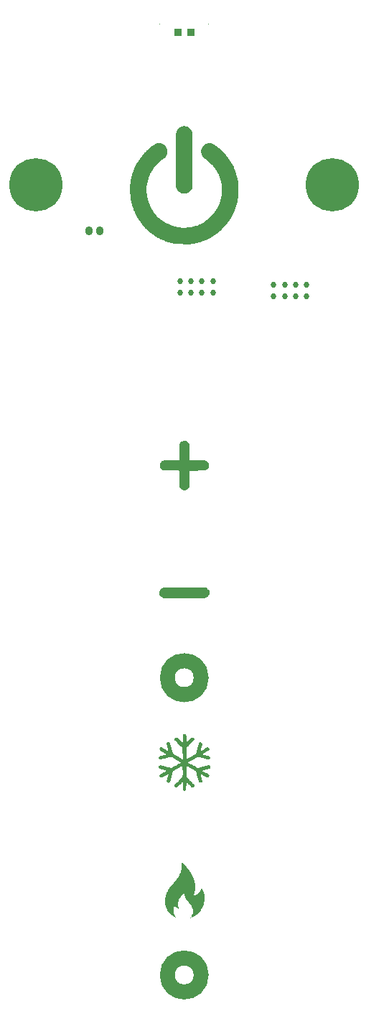
<source format=gts>
G04*
G04 #@! TF.GenerationSoftware,Altium Limited,Altium Designer,21.9.2 (33)*
G04*
G04 Layer_Color=8388736*
%FSLAX25Y25*%
%MOIN*%
G70*
G04*
G04 #@! TF.SameCoordinates,C6F11EFD-203B-4413-AD8B-19CE97DDEB68*
G04*
G04*
G04 #@! TF.FilePolarity,Negative*
G04*
G01*
G75*
%ADD12C,0.07087*%
%ADD13R,0.03449X0.03449*%
%ADD14C,0.00299*%
%ADD15R,0.00299X0.00299*%
%ADD16O,0.03449X0.04236*%
%ADD17C,0.24709*%
%ADD18C,0.02701*%
G36*
X-8778Y-330186D02*
X-8718Y-329724D01*
X-8677Y-329564D01*
X-8597Y-329363D01*
X-8557Y-329202D01*
X-8517Y-329001D01*
X-8437Y-328800D01*
X-8376Y-328579D01*
X-8276Y-328318D01*
X-7975Y-327656D01*
X-7894Y-327455D01*
X-7693Y-327093D01*
X-7452Y-326651D01*
X-7251Y-326370D01*
X-7051Y-326008D01*
X-6809Y-325647D01*
X-6769Y-325566D01*
X-6649Y-325446D01*
X-6609Y-325366D01*
X-6488Y-325245D01*
X-6368Y-325044D01*
X-6207Y-324884D01*
X-6167Y-324803D01*
X-6046Y-324683D01*
X-6006Y-324602D01*
X-5825Y-324381D01*
X-5604Y-324160D01*
X-5564Y-324080D01*
X-5283Y-323799D01*
X-5243Y-323719D01*
X-4961Y-323437D01*
X-4921Y-323357D01*
X-4841Y-323276D01*
X-4801Y-323196D01*
X-4519Y-322915D01*
X-4479Y-322835D01*
X-4339Y-322694D01*
X-4258Y-322654D01*
X-4158Y-322553D01*
X-4118Y-322473D01*
X-3997Y-322353D01*
X-3957Y-322272D01*
X-3877Y-322192D01*
X-3837Y-322112D01*
X-3716Y-321991D01*
X-3676Y-321911D01*
X-3395Y-321629D01*
X-3354Y-321549D01*
X-3174Y-321328D01*
X-3073Y-321187D01*
X-2953Y-320987D01*
X-2913Y-320906D01*
X-2832Y-320826D01*
X-2792Y-320746D01*
X-2671Y-320625D01*
X-2471Y-320264D01*
X-2310Y-320023D01*
X-2270Y-319942D01*
X-2190Y-319741D01*
X-1788Y-318898D01*
X-1687Y-318636D01*
X-1607Y-318436D01*
X-1466Y-317974D01*
X-1426Y-317692D01*
X-1386Y-317532D01*
X-1326Y-317271D01*
X-1285Y-317070D01*
X-1205Y-316588D01*
X-1185Y-314760D01*
X-1225Y-314639D01*
X-1266Y-314077D01*
X-1306Y-313997D01*
X-1245Y-313896D01*
X-1085Y-313936D01*
X-804Y-314217D01*
X-723Y-314258D01*
X542Y-315523D01*
X582Y-315603D01*
X984Y-316005D01*
X1024Y-316086D01*
X1225Y-316286D01*
X1266Y-316367D01*
X1346Y-316447D01*
X1366Y-316507D01*
X1426Y-316527D01*
X1466Y-316608D01*
X1587Y-316728D01*
X1707Y-316929D01*
X1868Y-317090D01*
X1908Y-317170D01*
X2029Y-317291D01*
X2069Y-317371D01*
X2149Y-317451D01*
X2190Y-317532D01*
X2270Y-317612D01*
X2310Y-317692D01*
X2390Y-317773D01*
X2551Y-318054D01*
X2712Y-318215D01*
X2913Y-318576D01*
X2993Y-318657D01*
X3113Y-318858D01*
X3314Y-319219D01*
X3475Y-319500D01*
X3837Y-320183D01*
X4158Y-320866D01*
X4319Y-321228D01*
X4359Y-321388D01*
X4459Y-321650D01*
X4519Y-321830D01*
X4620Y-322091D01*
X4680Y-322272D01*
X4720Y-322433D01*
X4781Y-322694D01*
X4861Y-323015D01*
X4901Y-323216D01*
X4981Y-323698D01*
X5022Y-323899D01*
X5062Y-324261D01*
X5082Y-326169D01*
X5042Y-326290D01*
X4981Y-326671D01*
X4941Y-326912D01*
X4901Y-327113D01*
X4821Y-327595D01*
X4761Y-327816D01*
X4720Y-327977D01*
X4660Y-328278D01*
X4560Y-328539D01*
X4519Y-328820D01*
X4399Y-329102D01*
X4439Y-329262D01*
X4580Y-329282D01*
X4700Y-329242D01*
X4961Y-329142D01*
X5162Y-329062D01*
X5584Y-328841D01*
X5785Y-328720D01*
X6428Y-328238D01*
X6588Y-328077D01*
X6669Y-328037D01*
X6769Y-327896D01*
X7091Y-327575D01*
X7131Y-327495D01*
X7251Y-327374D01*
X7292Y-327294D01*
X7372Y-327214D01*
X7412Y-327133D01*
X7754Y-326631D01*
X7854Y-326410D01*
X7894Y-326330D01*
X8115Y-326028D01*
X8236Y-326069D01*
X8296Y-326129D01*
X8376Y-326330D01*
X8416Y-326410D01*
X8537Y-326611D01*
X8617Y-326812D01*
X8738Y-327093D01*
X8838Y-327354D01*
X8939Y-327575D01*
X8999Y-327836D01*
X9280Y-328961D01*
X9320Y-329202D01*
X9360Y-329644D01*
X9381Y-331512D01*
X9340Y-331633D01*
X9300Y-332195D01*
X9260Y-332316D01*
X9180Y-332597D01*
X9139Y-332878D01*
X9099Y-333039D01*
X8979Y-333440D01*
X8939Y-333601D01*
X8738Y-334123D01*
X8416Y-334846D01*
X8316Y-335108D01*
X8215Y-335208D01*
X7934Y-335730D01*
X7854Y-335811D01*
X7693Y-336092D01*
X7312Y-336594D01*
X7151Y-336835D01*
X7010Y-336936D01*
X6970Y-337016D01*
X6850Y-337136D01*
X6809Y-337217D01*
X6749Y-337277D01*
X6669Y-337317D01*
X6528Y-337458D01*
X6488Y-337538D01*
X6347Y-337679D01*
X6267Y-337719D01*
X5986Y-338000D01*
X5906Y-338040D01*
X5664Y-338281D01*
X5584Y-338321D01*
X5464Y-338442D01*
X5182Y-338603D01*
X4961Y-338784D01*
X4741Y-338884D01*
X4660Y-338924D01*
X4580Y-339004D01*
X4499Y-339045D01*
X4258Y-339205D01*
X3877Y-339346D01*
X3415Y-339607D01*
X3154Y-339667D01*
X2852Y-339808D01*
X2792Y-339748D01*
X2832Y-339627D01*
X2993Y-339467D01*
X3033Y-339386D01*
X3274Y-339145D01*
X3314Y-339065D01*
X3395Y-338984D01*
X3515Y-338784D01*
X3917Y-337940D01*
X3957Y-337779D01*
X3997Y-337498D01*
X4058Y-337277D01*
X4098Y-337036D01*
X4118Y-336494D01*
X4078Y-336373D01*
X4017Y-335911D01*
X3977Y-335710D01*
X3897Y-335268D01*
X3796Y-335047D01*
X3756Y-334887D01*
X3596Y-334525D01*
X3314Y-334003D01*
X3154Y-333722D01*
X2872Y-333360D01*
X2671Y-333079D01*
X2551Y-332958D01*
X2511Y-332878D01*
X2431Y-332798D01*
X2390Y-332717D01*
X2069Y-332396D01*
X2029Y-332316D01*
X1667Y-331954D01*
X1627Y-331874D01*
X1466Y-331713D01*
X1426Y-331633D01*
X1266Y-331472D01*
X1145Y-331271D01*
X964Y-331050D01*
X783Y-330709D01*
X502Y-330106D01*
X402Y-329845D01*
X341Y-329624D01*
X261Y-329142D01*
X221Y-328620D01*
X241Y-327997D01*
X181Y-327856D01*
X161Y-327836D01*
X-60Y-328017D01*
X-201Y-328117D01*
X-382Y-328298D01*
X-422Y-328379D01*
X-482Y-328439D01*
X-562Y-328479D01*
X-663Y-328579D01*
X-703Y-328660D01*
X-884Y-328881D01*
X-1024Y-329021D01*
X-1065Y-329102D01*
X-1225Y-329262D01*
X-1266Y-329343D01*
X-1386Y-329463D01*
X-1426Y-329544D01*
X-1547Y-329664D01*
X-1587Y-329745D01*
X-1868Y-330186D01*
X-2109Y-330628D01*
X-2431Y-331311D01*
X-2551Y-331592D01*
X-2591Y-331753D01*
X-2651Y-332014D01*
X-2752Y-332356D01*
X-2792Y-332517D01*
X-2832Y-332918D01*
X-2792Y-334164D01*
X-2752Y-334284D01*
X-2692Y-334505D01*
X-2651Y-334666D01*
X-2571Y-335108D01*
X-2551Y-335329D01*
X-2732Y-335389D01*
X-2993Y-335288D01*
X-3093Y-335188D01*
X-3294Y-335068D01*
X-3375Y-334987D01*
X-3455Y-334947D01*
X-3676Y-334766D01*
X-3857Y-334545D01*
X-4078Y-334324D01*
X-4279Y-333963D01*
X-4379Y-333862D01*
X-4499Y-333903D01*
X-4700Y-334344D01*
X-4881Y-335007D01*
X-4921Y-335409D01*
X-4961Y-335690D01*
X-4921Y-336976D01*
X-4881Y-337096D01*
X-4821Y-337357D01*
X-4781Y-337518D01*
X-4620Y-337960D01*
X-4519Y-338221D01*
X-4238Y-338743D01*
X-3977Y-339125D01*
X-3756Y-339346D01*
X-3716Y-339507D01*
X-3736Y-339567D01*
X-3937Y-339527D01*
X-4017Y-339446D01*
X-4218Y-339326D01*
X-4419Y-339246D01*
X-4700Y-339085D01*
X-4921Y-338904D01*
X-5263Y-338723D01*
X-5383Y-338603D01*
X-5464Y-338563D01*
X-5544Y-338482D01*
X-5745Y-338362D01*
X-5825Y-338281D01*
X-5906Y-338241D01*
X-6227Y-337920D01*
X-6307Y-337880D01*
X-6448Y-337739D01*
X-6488Y-337659D01*
X-6629Y-337558D01*
X-6769Y-337418D01*
X-6809Y-337337D01*
X-6890Y-337257D01*
X-6930Y-337177D01*
X-7211Y-336895D01*
X-7251Y-336815D01*
X-7532Y-336454D01*
X-7733Y-336092D01*
X-7814Y-336012D01*
X-7854Y-335931D01*
X-7934Y-335851D01*
X-8055Y-335529D01*
X-8256Y-335168D01*
X-8376Y-334887D01*
X-8477Y-334626D01*
X-8637Y-334184D01*
X-8698Y-333963D01*
X-8738Y-333802D01*
X-8778Y-333521D01*
X-8818Y-333360D01*
X-8898Y-332878D01*
X-8939Y-332356D01*
X-8898Y-330869D01*
X-8858Y-330749D01*
X-8798Y-330287D01*
X-8778Y-330227D01*
Y-330186D01*
D02*
G37*
G36*
X-4062Y-279027D02*
X-4197Y-278893D01*
X-4219Y-278825D01*
X-4309Y-278781D01*
X-4421Y-278668D01*
X-4466Y-278489D01*
X-4421Y-277995D01*
X-3927Y-277501D01*
X-3883Y-277412D01*
X-3501Y-277030D01*
X-3411Y-276985D01*
X-3344Y-276918D01*
X-3299Y-276828D01*
X-2962Y-276491D01*
X-2873Y-276447D01*
X-2648Y-276177D01*
X-2154Y-275683D01*
X-2065Y-275639D01*
X-1997Y-275571D01*
X-1953Y-275482D01*
X-1840Y-275369D01*
X-1750Y-275324D01*
X-1661Y-275235D01*
X-1571Y-275190D01*
X-1414Y-274943D01*
X-1302Y-274831D01*
X-1212Y-274786D01*
X-1144Y-274718D01*
X-1100Y-274629D01*
X-943Y-274472D01*
X-853Y-274427D01*
X-741Y-274315D01*
X-696Y-273192D01*
X-741Y-269243D01*
X-943Y-269175D01*
X-1077Y-269220D01*
X-1167Y-269310D01*
X-1257Y-269355D01*
X-1571Y-269534D01*
X-2244Y-269893D01*
X-2379Y-270028D01*
X-2603Y-270118D01*
X-2693Y-270163D01*
X-2918Y-270252D01*
X-3142Y-270387D01*
X-3232Y-270477D01*
X-3322Y-270522D01*
X-3815Y-270791D01*
X-3905Y-270881D01*
X-4488Y-271195D01*
X-4758Y-271375D01*
X-4892Y-271420D01*
X-5139Y-271621D01*
X-5229Y-271711D01*
X-5274Y-271801D01*
X-5409Y-272115D01*
X-5476Y-272542D01*
X-5611Y-273080D01*
X-5723Y-273462D01*
X-5768Y-273552D01*
X-5857Y-273776D01*
X-5925Y-274337D01*
X-6037Y-274629D01*
X-6082Y-274853D01*
X-6172Y-275078D01*
X-6306Y-275526D01*
X-6374Y-275953D01*
X-6463Y-276177D01*
X-6553Y-276536D01*
X-6710Y-276693D01*
X-6845Y-276918D01*
X-7137Y-277030D01*
X-7316Y-277075D01*
X-7563Y-277008D01*
X-7787Y-276918D01*
X-7877Y-276873D01*
X-7922Y-276693D01*
X-8146Y-276469D01*
X-8102Y-275886D01*
X-8057Y-275751D01*
X-8012Y-275571D01*
X-7900Y-275055D01*
X-7787Y-274674D01*
X-7608Y-274225D01*
X-7563Y-273866D01*
X-7518Y-273731D01*
X-7451Y-273439D01*
X-7339Y-273058D01*
X-7451Y-272990D01*
X-7675Y-273080D01*
X-7967Y-273192D01*
X-8326Y-273417D01*
X-8393Y-273484D01*
X-9246Y-273933D01*
X-9516Y-274113D01*
X-9740Y-274247D01*
X-9830Y-274337D01*
X-10009Y-274382D01*
X-10413Y-274561D01*
X-10727Y-274606D01*
X-11019Y-274494D01*
X-11333Y-274315D01*
X-11468Y-273821D01*
X-11423Y-273552D01*
X-11199Y-273237D01*
X-11086Y-273125D01*
X-10862Y-272990D01*
X-10548Y-272811D01*
X-10054Y-272542D01*
X-9740Y-272317D01*
X-9448Y-272205D01*
X-9201Y-272048D01*
X-8842Y-271824D01*
X-8281Y-271532D01*
X-8326Y-271442D01*
X-8663Y-271285D01*
X-8753Y-271195D01*
X-9067Y-271105D01*
X-9403Y-271038D01*
X-9650Y-270971D01*
X-9830Y-270926D01*
X-10413Y-270701D01*
X-10862Y-270656D01*
X-11086Y-270567D01*
X-11378Y-270499D01*
X-11648Y-270275D01*
X-11827Y-270095D01*
X-11872Y-269916D01*
X-11827Y-269332D01*
X-11535Y-269041D01*
X-11311Y-268951D01*
X-11131Y-268906D01*
X-10772Y-268951D01*
X-10638Y-268996D01*
X-10391Y-269063D01*
X-10166Y-269153D01*
X-9920Y-269220D01*
X-9605Y-269265D01*
X-9313Y-269332D01*
X-8932Y-269445D01*
X-8708Y-269534D01*
X-8393Y-269624D01*
X-8214Y-269669D01*
X-7922Y-269736D01*
X-7563Y-269826D01*
X-7339Y-269871D01*
X-7159Y-269916D01*
X-6912Y-270028D01*
X-6374Y-270118D01*
X-6059Y-270208D01*
X-5880Y-270163D01*
X-5790Y-270073D01*
X-5386Y-269848D01*
X-5072Y-269669D01*
X-4354Y-269220D01*
X-4174Y-269175D01*
X-4084Y-269086D01*
X-3995Y-269041D01*
X-3322Y-268682D01*
X-3232Y-268592D01*
X-3142Y-268547D01*
X-2648Y-268278D01*
X-2379Y-268098D01*
X-2289Y-268053D01*
X-1885Y-267829D01*
X-1683Y-267672D01*
X-1728Y-267582D01*
X-1795Y-267515D01*
X-1885Y-267470D01*
X-2110Y-267245D01*
X-2603Y-266976D01*
X-2738Y-266841D01*
X-3030Y-266729D01*
X-3254Y-266639D01*
X-3411Y-266527D01*
X-3456Y-266437D01*
X-3860Y-266258D01*
X-4084Y-266123D01*
X-4219Y-265988D01*
X-4399Y-265944D01*
X-4892Y-265674D01*
X-4937Y-265584D01*
X-5431Y-265360D01*
X-5588Y-265293D01*
X-5633Y-265203D01*
X-5745Y-265091D01*
X-6059Y-265046D01*
X-6598Y-265091D01*
X-6733Y-265136D01*
X-7047Y-265270D01*
X-7226Y-265315D01*
X-7586Y-265360D01*
X-7900Y-265495D01*
X-8348Y-265540D01*
X-8753Y-265719D01*
X-9067Y-265764D01*
X-9246Y-265809D01*
X-9471Y-265899D01*
X-9785Y-265944D01*
X-10121Y-266011D01*
X-10189Y-266078D01*
X-10503Y-266168D01*
X-11019Y-266280D01*
X-11266Y-266303D01*
X-11580Y-266123D01*
X-11692Y-266011D01*
X-11737Y-265921D01*
X-11872Y-265787D01*
X-11827Y-265068D01*
X-11580Y-264822D01*
X-11266Y-264687D01*
X-11086Y-264642D01*
X-10772Y-264552D01*
X-10413Y-264462D01*
X-10166Y-264395D01*
X-9964Y-264328D01*
X-9605Y-264238D01*
X-9156Y-264103D01*
X-8775Y-264036D01*
X-8595Y-263991D01*
X-8371Y-263901D01*
X-8281Y-263812D01*
X-8438Y-263654D01*
X-8663Y-263520D01*
X-8797Y-263385D01*
X-9381Y-263071D01*
X-9471Y-262981D01*
X-9964Y-262757D01*
X-10054Y-262712D01*
X-10234Y-262532D01*
X-10548Y-262398D01*
X-10772Y-262263D01*
X-10907Y-262128D01*
X-11221Y-261949D01*
X-11333Y-261837D01*
X-11378Y-261657D01*
X-11468Y-261343D01*
X-11423Y-261119D01*
X-11199Y-260804D01*
X-11086Y-260692D01*
X-10907Y-260647D01*
X-10189Y-260692D01*
X-10099Y-260782D01*
X-9785Y-260961D01*
X-9695Y-261051D01*
X-9403Y-261163D01*
X-9044Y-261388D01*
X-8977Y-261455D01*
X-7855Y-262039D01*
X-7496Y-262263D01*
X-7339Y-262241D01*
X-7406Y-261994D01*
X-7451Y-261724D01*
X-7586Y-261186D01*
X-7698Y-260804D01*
X-7787Y-260490D01*
X-7922Y-259996D01*
X-8012Y-259637D01*
X-8146Y-259144D01*
X-8102Y-258650D01*
X-7900Y-258403D01*
X-7765Y-258268D01*
X-7451Y-258134D01*
X-7002Y-258179D01*
X-6576Y-258605D01*
X-6396Y-259189D01*
X-6351Y-259368D01*
X-6284Y-259660D01*
X-6082Y-260311D01*
X-5947Y-260849D01*
X-5857Y-261163D01*
X-5813Y-261523D01*
X-5678Y-261837D01*
X-5588Y-262061D01*
X-5521Y-262443D01*
X-5431Y-262802D01*
X-5386Y-263026D01*
X-5341Y-263206D01*
X-5229Y-263497D01*
X-5184Y-263587D01*
X-5117Y-263654D01*
X-4713Y-263879D01*
X-4444Y-264058D01*
X-4219Y-264148D01*
X-3950Y-264328D01*
X-3860Y-264373D01*
X-3770Y-264462D01*
X-3478Y-264575D01*
X-2985Y-264889D01*
X-2379Y-265225D01*
X-2289Y-265315D01*
X-1997Y-265427D01*
X-1638Y-265652D01*
X-1302Y-265854D01*
X-1212Y-265899D01*
X-943Y-266078D01*
X-741Y-266056D01*
X-696Y-265876D01*
X-741Y-260984D01*
X-965Y-260670D01*
X-1234Y-260400D01*
X-1279Y-260311D01*
X-1436Y-260198D01*
X-2738Y-258897D01*
X-2805Y-258874D01*
X-2850Y-258785D01*
X-3097Y-258538D01*
X-3187Y-258493D01*
X-3299Y-258381D01*
X-3344Y-258291D01*
X-3546Y-258089D01*
X-3636Y-258044D01*
X-3703Y-257977D01*
X-3748Y-257887D01*
X-3995Y-257640D01*
X-4084Y-257595D01*
X-4421Y-257124D01*
X-4466Y-256944D01*
X-4488Y-256652D01*
X-4421Y-256495D01*
X-4264Y-256338D01*
X-4174Y-256293D01*
X-3995Y-256114D01*
X-3681Y-256024D01*
X-3344Y-256091D01*
X-3187Y-256159D01*
X-3007Y-256338D01*
X-2918Y-256383D01*
X-2716Y-256585D01*
X-2671Y-256675D01*
X-2603Y-256742D01*
X-2513Y-256787D01*
X-1324Y-257977D01*
X-1302Y-258044D01*
X-1212Y-258089D01*
X-1100Y-258201D01*
X-1077Y-258268D01*
X-988Y-258313D01*
X-853Y-258448D01*
X-718Y-258403D01*
X-673Y-255037D01*
X-628Y-254812D01*
X-539Y-254678D01*
X-449Y-254633D01*
X-202Y-254431D01*
X0Y-254363D01*
X449Y-254408D01*
X628Y-254588D01*
X718Y-254633D01*
X875Y-254790D01*
X943Y-255037D01*
X988Y-257999D01*
X1032Y-258268D01*
X1077Y-258358D01*
X1257Y-258313D01*
X3322Y-256248D01*
X3411Y-256204D01*
X3501Y-256114D01*
X3793Y-256047D01*
X3995Y-256024D01*
X4129Y-256069D01*
X4444Y-256248D01*
X4556Y-256361D01*
X4601Y-256451D01*
X4690Y-256540D01*
X4735Y-256765D01*
X4690Y-256899D01*
X4645Y-257169D01*
X4466Y-257348D01*
X4421Y-257438D01*
X4309Y-257595D01*
X4219Y-257640D01*
X3972Y-257842D01*
X3927Y-257932D01*
X2222Y-259637D01*
X2177Y-259727D01*
X2065Y-259839D01*
X1975Y-259884D01*
X1773Y-260086D01*
X1728Y-260176D01*
X1661Y-260243D01*
X1571Y-260288D01*
X1324Y-260535D01*
X1279Y-260625D01*
X1212Y-260692D01*
X1144Y-260715D01*
X1100Y-260804D01*
X1010Y-261029D01*
X965Y-261882D01*
X1010Y-265876D01*
X1077Y-266033D01*
X1347Y-265988D01*
X1436Y-265899D01*
X1526Y-265854D01*
X1840Y-265674D01*
X2110Y-265495D01*
X2693Y-265181D01*
X3322Y-264822D01*
X3815Y-264507D01*
X3995Y-264462D01*
X4084Y-264373D01*
X4174Y-264328D01*
X4444Y-264148D01*
X4735Y-264036D01*
X4892Y-263924D01*
X4982Y-263834D01*
X5386Y-263610D01*
X5498Y-263363D01*
X5543Y-263183D01*
X5611Y-262936D01*
X5655Y-262757D01*
X5723Y-262510D01*
X5813Y-262151D01*
X5880Y-261904D01*
X5992Y-261523D01*
X6059Y-261276D01*
X6149Y-261051D01*
X6194Y-260872D01*
X6239Y-260647D01*
X6329Y-260154D01*
X6441Y-259772D01*
X6621Y-259189D01*
X6665Y-259009D01*
X6733Y-258717D01*
X6822Y-258538D01*
X6912Y-258493D01*
X7137Y-258268D01*
X7361Y-258179D01*
X7900Y-258224D01*
X8236Y-258560D01*
X8326Y-258785D01*
X8281Y-259592D01*
X8236Y-259727D01*
X8146Y-259951D01*
X8034Y-260243D01*
X7967Y-260490D01*
X7810Y-261186D01*
X7765Y-261410D01*
X7698Y-261567D01*
X7653Y-261702D01*
X7586Y-262173D01*
X7563Y-262196D01*
X7675Y-262308D01*
X8079Y-262084D01*
X8348Y-261904D01*
X8663Y-261724D01*
X9022Y-261500D01*
X9605Y-261186D01*
X10099Y-260916D01*
X10189Y-260827D01*
X10593Y-260647D01*
X10885Y-260625D01*
X11266Y-260692D01*
X11356Y-260782D01*
X11445Y-260827D01*
X11558Y-260939D01*
X11648Y-261163D01*
X11692Y-261343D01*
X11648Y-261567D01*
X11603Y-261702D01*
X11468Y-261926D01*
X11356Y-262039D01*
X11042Y-262218D01*
X10952Y-262308D01*
X10862Y-262353D01*
X10278Y-262667D01*
X9920Y-262891D01*
X9695Y-263026D01*
X9426Y-263206D01*
X9291Y-263250D01*
X8887Y-263475D01*
X8753Y-263610D01*
X8551Y-263722D01*
X8595Y-263901D01*
X8663Y-263969D01*
X8910Y-264036D01*
X9134Y-264081D01*
X9403Y-264126D01*
X9583Y-264171D01*
X9785Y-264238D01*
X9964Y-264283D01*
X10211Y-264350D01*
X10436Y-264440D01*
X10683Y-264507D01*
X11109Y-264575D01*
X11288Y-264619D01*
X11513Y-264709D01*
X11872Y-264934D01*
X12029Y-265046D01*
X12141Y-265338D01*
X12096Y-265787D01*
X12029Y-265854D01*
X11939Y-265899D01*
X11872Y-265966D01*
X11827Y-266056D01*
X11760Y-266168D01*
X11670Y-266213D01*
X11445Y-266303D01*
X10997Y-266258D01*
X10862Y-266213D01*
X10481Y-266146D01*
X10189Y-265988D01*
X10009Y-265944D01*
X9560Y-265899D01*
X9336Y-265809D01*
X8865Y-265697D01*
X8618Y-265584D01*
X8438Y-265540D01*
X8012Y-265472D01*
X7810Y-265405D01*
X7630Y-265360D01*
X7249Y-265293D01*
X6912Y-265091D01*
X6194Y-265046D01*
X5880Y-265225D01*
X5790Y-265315D01*
X5296Y-265540D01*
X5162Y-265584D01*
X4848Y-265809D01*
X4758Y-265854D01*
X4309Y-266168D01*
X4017Y-266280D01*
X3950Y-266348D01*
X3770Y-266392D01*
X3658Y-266460D01*
X3613Y-266549D01*
X3546Y-266617D01*
X3254Y-266729D01*
X3187Y-266796D01*
X3007Y-266841D01*
X2828Y-267021D01*
X2536Y-267133D01*
X2177Y-267357D01*
X2132Y-267447D01*
X1975Y-267559D01*
X1908Y-267627D01*
X2020Y-267784D01*
X2603Y-268098D01*
X3052Y-268367D01*
X3636Y-268682D01*
X4309Y-269041D01*
X4399Y-269130D01*
X4488Y-269175D01*
X4803Y-269355D01*
X5296Y-269669D01*
X5790Y-269938D01*
X6015Y-270073D01*
X6329Y-270163D01*
X6800Y-270095D01*
X7024Y-270051D01*
X7271Y-269938D01*
X7810Y-269804D01*
X8057Y-269736D01*
X8236Y-269691D01*
X8461Y-269647D01*
X8640Y-269602D01*
X8865Y-269512D01*
X9111Y-269445D01*
X9830Y-269265D01*
X10301Y-269153D01*
X10817Y-268996D01*
X11176Y-268906D01*
X11625Y-268951D01*
X11715Y-269041D01*
X11805Y-269086D01*
X12051Y-269332D01*
X12141Y-269557D01*
X12074Y-269983D01*
X11962Y-270140D01*
X11625Y-270477D01*
X11333Y-270544D01*
X10952Y-270656D01*
X10638Y-270701D01*
X10391Y-270769D01*
X10323Y-270836D01*
X9964Y-270926D01*
X9628Y-270993D01*
X9336Y-271105D01*
X8954Y-271173D01*
X8573Y-271420D01*
X8551Y-271532D01*
X8820Y-271711D01*
X9022Y-271824D01*
X9246Y-271913D01*
X9560Y-272093D01*
X9830Y-272272D01*
X10234Y-272497D01*
X10503Y-272676D01*
X10997Y-272946D01*
X11266Y-273125D01*
X11356Y-273170D01*
X11603Y-273417D01*
X11670Y-273664D01*
X11692Y-273911D01*
X11603Y-274000D01*
X11558Y-274090D01*
X11378Y-274404D01*
X11311Y-274472D01*
X11086Y-274561D01*
X10750Y-274584D01*
X10570Y-274539D01*
X10323Y-274427D01*
X10099Y-274337D01*
X9964Y-274202D01*
X9875Y-274158D01*
X9269Y-273866D01*
X9224Y-273776D01*
X8573Y-273439D01*
X8506Y-273372D01*
X8483Y-273305D01*
X7900Y-273080D01*
X7630Y-272946D01*
X7563Y-273013D01*
X7630Y-273349D01*
X7743Y-273641D01*
X7810Y-274023D01*
X7877Y-274270D01*
X7967Y-274629D01*
X8034Y-274876D01*
X8169Y-275235D01*
X8214Y-275414D01*
X8259Y-275639D01*
X8304Y-275818D01*
X8326Y-276469D01*
X8012Y-276873D01*
X7900Y-276985D01*
X7586Y-277030D01*
X7181Y-276985D01*
X6935Y-276738D01*
X6890Y-276648D01*
X6755Y-276514D01*
X6710Y-276334D01*
X6621Y-276020D01*
X6576Y-275841D01*
X6486Y-275526D01*
X6351Y-275078D01*
X6284Y-274831D01*
X6194Y-274472D01*
X6104Y-274023D01*
X5902Y-273372D01*
X5813Y-273013D01*
X5745Y-272721D01*
X5678Y-272519D01*
X5633Y-272340D01*
X5543Y-272115D01*
X5476Y-271824D01*
X5341Y-271599D01*
X5252Y-271554D01*
X5117Y-271420D01*
X4803Y-271240D01*
X4713Y-271150D01*
X4309Y-270971D01*
X4084Y-270836D01*
X3995Y-270746D01*
X3501Y-270522D01*
X3299Y-270410D01*
X3254Y-270320D01*
X2760Y-270095D01*
X2603Y-270028D01*
X2424Y-269848D01*
X1750Y-269490D01*
X1661Y-269400D01*
X1167Y-269175D01*
X1010Y-269243D01*
X965Y-269422D01*
X1010Y-274315D01*
X1167Y-274472D01*
X1257Y-274517D01*
X1414Y-274674D01*
X1459Y-274763D01*
X1571Y-274876D01*
X1661Y-274921D01*
X1863Y-275122D01*
X1908Y-275212D01*
X2020Y-275324D01*
X2110Y-275369D01*
X2267Y-275526D01*
X2312Y-275616D01*
X2424Y-275728D01*
X2513Y-275773D01*
X2805Y-276065D01*
X2850Y-276155D01*
X3007Y-276267D01*
X3209Y-276469D01*
X3254Y-276559D01*
X3322Y-276626D01*
X3411Y-276671D01*
X3478Y-276738D01*
X3501Y-276806D01*
X3591Y-276851D01*
X3658Y-276918D01*
X3703Y-277008D01*
X3860Y-277120D01*
X4107Y-277367D01*
X4129Y-277434D01*
X4219Y-277479D01*
X4331Y-277591D01*
X4376Y-277681D01*
X4601Y-277905D01*
X4645Y-277995D01*
X4735Y-278220D01*
X4690Y-278354D01*
X4645Y-278624D01*
X4421Y-278848D01*
X4376Y-278938D01*
X4219Y-279095D01*
X3770Y-279140D01*
X3546Y-279095D01*
X3232Y-278781D01*
X3007Y-278646D01*
X2895Y-278489D01*
X2828Y-278377D01*
X2738Y-278332D01*
X2581Y-278220D01*
X2536Y-278130D01*
X2379Y-277928D01*
X2289Y-277883D01*
X2177Y-277816D01*
X2132Y-277726D01*
X1930Y-277479D01*
X1706Y-277344D01*
X1548Y-277097D01*
X1391Y-276985D01*
X1279Y-276873D01*
X1234Y-276783D01*
X1167Y-276716D01*
X1077Y-276761D01*
X1010Y-276828D01*
X965Y-277008D01*
X920Y-280150D01*
X875Y-280284D01*
X808Y-280441D01*
X718Y-280486D01*
X583Y-280621D01*
X494Y-280666D01*
X404Y-280755D01*
X90Y-280800D01*
X-135Y-280755D01*
X-314Y-280576D01*
X-628Y-280396D01*
X-673Y-280037D01*
X-718Y-276851D01*
X-808Y-276761D01*
X-943Y-276716D01*
X-1055Y-276783D01*
X-1100Y-276918D01*
X-1302Y-277120D01*
X-1391Y-277165D01*
X-1571Y-277434D01*
X-1661Y-277479D01*
X-1908Y-277726D01*
X-1953Y-277816D01*
X-2020Y-277883D01*
X-2110Y-277928D01*
X-2356Y-278130D01*
X-2491Y-278354D01*
X-2648Y-278466D01*
X-2716Y-278534D01*
X-2760Y-278624D01*
X-2873Y-278736D01*
X-2962Y-278781D01*
X-3209Y-278982D01*
X-3322Y-279095D01*
X-3636Y-279140D01*
X-3995Y-279095D01*
X-4040Y-279050D01*
X-4062Y-279027D01*
D02*
G37*
G36*
X-3984Y-186497D02*
X9863Y-186533D01*
X10182Y-186674D01*
X10678Y-186958D01*
X10749Y-187029D01*
X10819Y-187064D01*
X11191Y-187436D01*
X11227Y-187507D01*
X11298Y-187577D01*
X11616Y-188250D01*
X11652Y-188392D01*
X11687Y-188746D01*
X11652Y-189632D01*
X11262Y-190375D01*
X11156Y-190481D01*
X11120Y-190552D01*
X10979Y-190694D01*
X10943Y-190765D01*
X10642Y-190995D01*
X10589Y-191013D01*
X10571Y-191066D01*
X10111Y-191278D01*
X9899Y-191314D01*
X9828Y-191385D01*
X9686Y-191420D01*
X-9279Y-191438D01*
X-9491Y-191402D01*
X-9792Y-191314D01*
X-9987Y-191261D01*
X-10394Y-191031D01*
X-10465Y-190960D01*
X-10642Y-190853D01*
X-10802Y-190694D01*
X-10837Y-190623D01*
X-10961Y-190535D01*
X-11050Y-190446D01*
X-11191Y-190198D01*
X-11404Y-189809D01*
X-11439Y-189702D01*
X-11510Y-188994D01*
X-11457Y-188374D01*
X-11422Y-188162D01*
X-11262Y-187861D01*
X-11120Y-187648D01*
X-11014Y-187471D01*
X-10855Y-187276D01*
X-10784Y-187206D01*
X-10731Y-187188D01*
X-10695Y-187117D01*
X-10607Y-187029D01*
X-10536Y-186993D01*
X-10465Y-186922D01*
X-10147Y-186745D01*
X-9969Y-186674D01*
X-9721Y-186568D01*
X-9474Y-186533D01*
X-9013Y-186497D01*
X-4020D01*
X-3984D01*
D02*
G37*
G36*
X1021Y27278D02*
X1480Y27074D01*
X1735Y26972D01*
X1837Y26870D01*
X2067Y26794D01*
X2092Y26768D01*
X2297Y26564D01*
X2399Y26513D01*
X2603Y26309D01*
X2705Y26258D01*
X2884Y26079D01*
X2935Y25977D01*
X3139Y25773D01*
X3190Y25671D01*
X3343Y25518D01*
X3394Y25365D01*
X3598Y25058D01*
X3649Y24854D01*
X3802Y24701D01*
X3751Y-1327D01*
X3649Y-1429D01*
X3521Y-1761D01*
X3394Y-1888D01*
X3190Y-2246D01*
X3088Y-2348D01*
X2935Y-2603D01*
X2833Y-2705D01*
X2781Y-2807D01*
X2705Y-2884D01*
X2603Y-2935D01*
X2552Y-3037D01*
X2450Y-3088D01*
X2297Y-3241D01*
X2194Y-3292D01*
X1939Y-3445D01*
X1837Y-3547D01*
X1633Y-3598D01*
X1174Y-3802D01*
X970Y-3853D01*
X383Y-3930D01*
X-153Y-3955D01*
X-306Y-3904D01*
X-944Y-3828D01*
X-1199Y-3777D01*
X-1531Y-3598D01*
X-1786Y-3547D01*
X-1990Y-3343D01*
X-2246Y-3190D01*
X-2603Y-2935D01*
X-3037Y-2501D01*
X-3190Y-2246D01*
X-3394Y-1888D01*
X-3496Y-1786D01*
X-3547Y-1582D01*
X-3649Y-1327D01*
X-3802Y-970D01*
X-3853Y-612D01*
X-3879Y18551D01*
X-3828Y22379D01*
X-3777Y23910D01*
X-3726Y24420D01*
X-3675Y24624D01*
X-3547Y24956D01*
X-3470Y25237D01*
X-3343Y25365D01*
X-3139Y25722D01*
X-2909Y26002D01*
X-2833Y26079D01*
X-2781Y26181D01*
X-2654Y26309D01*
X-2552Y26360D01*
X-2348Y26564D01*
X-2246Y26615D01*
X-2092Y26768D01*
X-1327Y27125D01*
X-1225Y27176D01*
X-970Y27278D01*
X-306Y27329D01*
X1021Y27278D01*
D02*
G37*
G36*
X12759Y19419D02*
X13218Y19215D01*
X13473Y19062D01*
X13933Y18807D01*
X14290Y18551D01*
X14775Y18220D01*
X14953Y18092D01*
X15055Y17990D01*
X15157Y17939D01*
X15617Y17582D01*
X15898Y17352D01*
X16025Y17224D01*
X16127Y17173D01*
X16178Y17071D01*
X16280Y17020D01*
X16561Y16791D01*
X16689Y16663D01*
X16765Y16637D01*
X16791Y16561D01*
X16893Y16510D01*
X17403Y16000D01*
X17505Y15948D01*
X17582Y15872D01*
X17607Y15795D01*
X17709Y15744D01*
X18245Y15209D01*
X18296Y15107D01*
X18373Y15030D01*
X18475Y14979D01*
X18602Y14800D01*
X19011Y14392D01*
X19062Y14290D01*
X19266Y14086D01*
X19317Y13984D01*
X19521Y13780D01*
X19572Y13678D01*
X19776Y13473D01*
X19827Y13371D01*
X19980Y13218D01*
X20031Y13116D01*
X20287Y12759D01*
X20312Y12682D01*
X20414Y12631D01*
X20593Y12350D01*
X20695Y12248D01*
X20848Y11993D01*
X20950Y11891D01*
X21154Y11534D01*
X21511Y10973D01*
X21562Y10870D01*
X21665Y10768D01*
X21767Y10513D01*
X21869Y10411D01*
X22379Y9493D01*
X22940Y8319D01*
X23094Y8064D01*
X23196Y7808D01*
X23400Y7349D01*
X23451Y7145D01*
X23655Y6686D01*
X23808Y6277D01*
X23910Y6022D01*
X23987Y5639D01*
X24114Y5410D01*
X24165Y5206D01*
X24242Y4874D01*
X24369Y4542D01*
X24420Y4338D01*
X24497Y3904D01*
X24599Y3649D01*
X24650Y3445D01*
X24752Y2833D01*
X24880Y2399D01*
X24956Y1761D01*
X25007Y1455D01*
X25084Y1174D01*
X25135Y204D01*
X25186Y-1378D01*
X25135Y-4848D01*
X25084Y-5001D01*
X25033Y-5512D01*
X24982Y-5665D01*
X24854Y-6711D01*
X24803Y-6915D01*
X24727Y-7196D01*
X24676Y-7400D01*
X24624Y-7859D01*
X24522Y-8115D01*
X24420Y-8523D01*
X24369Y-8829D01*
X24216Y-9186D01*
X24165Y-9544D01*
X24114Y-9748D01*
X24012Y-9850D01*
X23859Y-10462D01*
X23655Y-10922D01*
X23527Y-11253D01*
X23451Y-11534D01*
X23349Y-11789D01*
X23196Y-12146D01*
X23094Y-12402D01*
X22991Y-12504D01*
X22838Y-12912D01*
X22736Y-13014D01*
X22660Y-13346D01*
X22583Y-13422D01*
X22532Y-13524D01*
X22430Y-13780D01*
X22379Y-13882D01*
X22277Y-13984D01*
X22175Y-14239D01*
X22124Y-14341D01*
X22022Y-14443D01*
X21613Y-15209D01*
X21358Y-15668D01*
X21205Y-15821D01*
X21052Y-16076D01*
X20797Y-16433D01*
X20593Y-16791D01*
X20491Y-16893D01*
X20338Y-17148D01*
X20235Y-17250D01*
X20185Y-17352D01*
X20031Y-17505D01*
X19980Y-17607D01*
X19827Y-17760D01*
X19776Y-17862D01*
X19546Y-18143D01*
X19470Y-18220D01*
X19419Y-18322D01*
X19266Y-18475D01*
X19215Y-18577D01*
X18960Y-18832D01*
X18909Y-18934D01*
X18500Y-19342D01*
X18449Y-19444D01*
X18296Y-19546D01*
X18245Y-19649D01*
X17837Y-20057D01*
X17786Y-20159D01*
X17658Y-20287D01*
X17582Y-20312D01*
X17531Y-20414D01*
X17454Y-20491D01*
X17352Y-20542D01*
X16689Y-21205D01*
X16587Y-21256D01*
X16382Y-21460D01*
X16280Y-21511D01*
X16127Y-21665D01*
X16025Y-21715D01*
X15770Y-21971D01*
X15668Y-22022D01*
X15515Y-22175D01*
X15413Y-22226D01*
X15132Y-22456D01*
X14953Y-22583D01*
X14851Y-22685D01*
X14749Y-22736D01*
X14596Y-22889D01*
X14341Y-23042D01*
X14239Y-23144D01*
X13882Y-23349D01*
X13780Y-23451D01*
X13626Y-23502D01*
X13524Y-23604D01*
X13269Y-23757D01*
X13167Y-23859D01*
X12912Y-23961D01*
X12810Y-24012D01*
X12708Y-24114D01*
X11942Y-24522D01*
X11483Y-24778D01*
X11381Y-24880D01*
X11100Y-24956D01*
X10768Y-25135D01*
X10564Y-25186D01*
X10258Y-25390D01*
X10003Y-25441D01*
X9901Y-25543D01*
X9646Y-25645D01*
X9442Y-25696D01*
X9186Y-25849D01*
X8855Y-25926D01*
X8600Y-26028D01*
X8370Y-26105D01*
X8166Y-26156D01*
X7706Y-26360D01*
X7324Y-26436D01*
X7145Y-26513D01*
X6890Y-26615D01*
X6481Y-26666D01*
X6124Y-26819D01*
X5767Y-26870D01*
X5563Y-26921D01*
X5282Y-26998D01*
X4772Y-27100D01*
X4363Y-27151D01*
X4108Y-27202D01*
X3828Y-27278D01*
X3470Y-27329D01*
X2348Y-27380D01*
X-3624Y-27329D01*
X-3777Y-27278D01*
X-4108Y-27202D01*
X-4312Y-27151D01*
X-4772Y-27100D01*
X-5078Y-27049D01*
X-5282Y-26998D01*
X-5716Y-26870D01*
X-6124Y-26819D01*
X-6481Y-26666D01*
X-6839Y-26615D01*
X-7043Y-26564D01*
X-7400Y-26411D01*
X-7808Y-26309D01*
X-8166Y-26156D01*
X-8472Y-26105D01*
X-8931Y-25900D01*
X-9263Y-25773D01*
X-9340Y-25696D01*
X-9671Y-25620D01*
X-9850Y-25543D01*
X-10717Y-25135D01*
X-10870Y-25084D01*
X-11126Y-24931D01*
X-11330Y-24880D01*
X-11687Y-24624D01*
X-11840Y-24574D01*
X-12095Y-24420D01*
X-12759Y-24063D01*
X-12861Y-23961D01*
X-13218Y-23757D01*
X-13780Y-23400D01*
X-13882Y-23349D01*
X-13984Y-23247D01*
X-14315Y-23068D01*
X-14341Y-22991D01*
X-14596Y-22838D01*
X-14749Y-22685D01*
X-15004Y-22532D01*
X-15362Y-22277D01*
X-15464Y-22175D01*
X-15566Y-22124D01*
X-15770Y-21920D01*
X-15872Y-21869D01*
X-16127Y-21613D01*
X-16229Y-21562D01*
X-16382Y-21409D01*
X-16459Y-21384D01*
X-16510Y-21282D01*
X-16816Y-21026D01*
X-17352Y-20491D01*
X-17454Y-20440D01*
X-17531Y-20363D01*
X-17582Y-20261D01*
X-17735Y-20159D01*
X-17786Y-20057D01*
X-18117Y-19725D01*
X-18194Y-19700D01*
X-18245Y-19598D01*
X-18756Y-19087D01*
X-18781Y-19011D01*
X-18883Y-18960D01*
X-19011Y-18781D01*
X-19215Y-18577D01*
X-19266Y-18475D01*
X-19470Y-18271D01*
X-19521Y-18169D01*
X-19725Y-17964D01*
X-19776Y-17862D01*
X-19980Y-17658D01*
X-20031Y-17556D01*
X-20133Y-17454D01*
X-20287Y-17199D01*
X-20899Y-16331D01*
X-21052Y-16076D01*
X-21154Y-15974D01*
X-21767Y-14902D01*
X-21869Y-14800D01*
X-21920Y-14596D01*
X-22175Y-14239D01*
X-22226Y-14035D01*
X-22379Y-13882D01*
X-22456Y-13601D01*
X-22583Y-13422D01*
X-22634Y-13269D01*
X-22736Y-13014D01*
X-22889Y-12657D01*
X-23042Y-12402D01*
X-23247Y-11891D01*
X-23400Y-11534D01*
X-23451Y-11330D01*
X-23604Y-10973D01*
X-23655Y-10768D01*
X-23859Y-10309D01*
X-23936Y-9926D01*
X-24114Y-9595D01*
X-24165Y-9186D01*
X-24318Y-8829D01*
X-24369Y-8472D01*
X-24420Y-8268D01*
X-24574Y-7757D01*
X-24624Y-7553D01*
X-24676Y-7094D01*
X-24778Y-6839D01*
X-24829Y-6481D01*
X-24880Y-5971D01*
X-24931Y-5767D01*
X-25007Y-5384D01*
X-25058Y-4874D01*
X-25109Y-3598D01*
X-25135Y-715D01*
X-25084Y-561D01*
X-25033Y1225D01*
X-24982Y1378D01*
X-24931Y1735D01*
X-24880Y1939D01*
X-24803Y2577D01*
X-24650Y3190D01*
X-24599Y3496D01*
X-24548Y3751D01*
X-24420Y4185D01*
X-24369Y4389D01*
X-24293Y4721D01*
X-24191Y4976D01*
X-24114Y5257D01*
X-24063Y5512D01*
X-23910Y5767D01*
X-23833Y6201D01*
X-23655Y6532D01*
X-23578Y6813D01*
X-23400Y7247D01*
X-23272Y7579D01*
X-23196Y7655D01*
X-23144Y7859D01*
X-22226Y9646D01*
X-21818Y10411D01*
X-21715Y10513D01*
X-21307Y11228D01*
X-21205Y11330D01*
X-21103Y11585D01*
X-20950Y11738D01*
X-20899Y11840D01*
X-20644Y12197D01*
X-20593Y12299D01*
X-20440Y12453D01*
X-20287Y12708D01*
X-20185Y12810D01*
X-20031Y13065D01*
X-19929Y13167D01*
X-19878Y13269D01*
X-19725Y13422D01*
X-19674Y13524D01*
X-19419Y13780D01*
X-19368Y13882D01*
X-19164Y14086D01*
X-19113Y14188D01*
X-18756Y14545D01*
X-18704Y14647D01*
X-18449Y14902D01*
X-18398Y15004D01*
X-18245Y15107D01*
X-18194Y15209D01*
X-18117Y15285D01*
X-18015Y15336D01*
X-17939Y15413D01*
X-17913Y15489D01*
X-17811Y15540D01*
X-17735Y15617D01*
X-17684Y15719D01*
X-17607Y15795D01*
X-17531Y15821D01*
X-17480Y15923D01*
X-17403Y16000D01*
X-17301Y16051D01*
X-16587Y16765D01*
X-16484Y16816D01*
X-16280Y17020D01*
X-16178Y17071D01*
X-15974Y17276D01*
X-15872Y17326D01*
X-15668Y17531D01*
X-15591Y17556D01*
X-15540Y17658D01*
X-15464Y17735D01*
X-15209Y17888D01*
X-15107Y17990D01*
X-15004Y18041D01*
X-14902Y18143D01*
X-14800Y18194D01*
X-14520Y18424D01*
X-14239Y18602D01*
X-13882Y18807D01*
X-13780Y18909D01*
X-13448Y19036D01*
X-13320Y19164D01*
X-12835Y19342D01*
X-12759Y19419D01*
X-12248Y19470D01*
X-10666Y19419D01*
X-10207Y19215D01*
X-9926Y19138D01*
X-9799Y19011D01*
X-9544Y18909D01*
X-9391Y18756D01*
X-9161Y18628D01*
X-9110Y18526D01*
X-8855Y18322D01*
X-8804Y18220D01*
X-8600Y18015D01*
X-8548Y17913D01*
X-8446Y17811D01*
X-8293Y17556D01*
X-8191Y17454D01*
X-8140Y17250D01*
X-7936Y16791D01*
X-7885Y15974D01*
X-7834Y15617D01*
X-7885Y15413D01*
X-7936Y14443D01*
X-8140Y14086D01*
X-8217Y13805D01*
X-8344Y13678D01*
X-8548Y13320D01*
X-8651Y13218D01*
X-8702Y13116D01*
X-8880Y12937D01*
X-8906Y12912D01*
X-9237Y12580D01*
X-9340Y12529D01*
X-9493Y12376D01*
X-9748Y12223D01*
X-9850Y12121D01*
X-9952Y12070D01*
X-10156Y11866D01*
X-10258Y11815D01*
X-10411Y11662D01*
X-10513Y11610D01*
X-11151Y11126D01*
X-11330Y10998D01*
X-11381Y10896D01*
X-11483Y10845D01*
X-11993Y10335D01*
X-12095Y10284D01*
X-12146Y10182D01*
X-12248Y10131D01*
X-12376Y10003D01*
X-12402Y9926D01*
X-12504Y9875D01*
X-12835Y9544D01*
X-12886Y9442D01*
X-13295Y9033D01*
X-13346Y8931D01*
X-13550Y8727D01*
X-13601Y8625D01*
X-13805Y8421D01*
X-13856Y8319D01*
X-14213Y7859D01*
X-14545Y7375D01*
X-14673Y7196D01*
X-14877Y6839D01*
X-14979Y6737D01*
X-15081Y6481D01*
X-15183Y6379D01*
X-15234Y6277D01*
X-15438Y5920D01*
X-16000Y4746D01*
X-16102Y4491D01*
X-16204Y4389D01*
X-16306Y3981D01*
X-16510Y3521D01*
X-16587Y3241D01*
X-16714Y2960D01*
X-16765Y2603D01*
X-16918Y2246D01*
X-16969Y2041D01*
X-17046Y1608D01*
X-17173Y1276D01*
X-17224Y919D01*
X-17276Y408D01*
X-17326Y255D01*
X-17403Y-230D01*
X-17429Y-3726D01*
X-17378Y-3879D01*
X-17326Y-4389D01*
X-17276Y-4593D01*
X-17224Y-5103D01*
X-17148Y-5435D01*
X-17097Y-5639D01*
X-17020Y-5920D01*
X-16944Y-6405D01*
X-16867Y-6583D01*
X-16765Y-6839D01*
X-16689Y-7272D01*
X-16587Y-7528D01*
X-16510Y-7808D01*
X-16382Y-8140D01*
X-16255Y-8421D01*
X-16178Y-8702D01*
X-16051Y-8931D01*
X-16000Y-9135D01*
X-15948Y-9288D01*
X-15795Y-9442D01*
X-15719Y-9722D01*
X-15540Y-10054D01*
X-15336Y-10411D01*
X-15234Y-10666D01*
X-15183Y-10768D01*
X-15081Y-10870D01*
X-14673Y-11585D01*
X-14571Y-11687D01*
X-14469Y-11942D01*
X-14366Y-12044D01*
X-14315Y-12146D01*
X-14086Y-12427D01*
X-13907Y-12708D01*
X-13805Y-12810D01*
X-13652Y-13065D01*
X-13550Y-13167D01*
X-13499Y-13269D01*
X-13244Y-13524D01*
X-13218Y-13601D01*
X-13116Y-13652D01*
X-12989Y-13831D01*
X-12835Y-13984D01*
X-12784Y-14086D01*
X-11789Y-15081D01*
X-11687Y-15132D01*
X-11610Y-15209D01*
X-11559Y-15311D01*
X-11381Y-15438D01*
X-11228Y-15591D01*
X-11126Y-15642D01*
X-10922Y-15846D01*
X-10819Y-15898D01*
X-10666Y-16051D01*
X-10564Y-16102D01*
X-10284Y-16331D01*
X-10105Y-16459D01*
X-10003Y-16561D01*
X-9850Y-16612D01*
X-9697Y-16765D01*
X-9340Y-16969D01*
X-8982Y-17224D01*
X-8625Y-17429D01*
X-7655Y-17939D01*
X-6890Y-18296D01*
X-6686Y-18347D01*
X-6583Y-18449D01*
X-6175Y-18551D01*
X-6073Y-18653D01*
X-5665Y-18756D01*
X-5384Y-18832D01*
X-5155Y-18960D01*
X-4695Y-19062D01*
X-4440Y-19164D01*
X-4236Y-19215D01*
X-3573Y-19317D01*
X-3317Y-19419D01*
X-3113Y-19470D01*
X-2169Y-19546D01*
X-1761Y-19649D01*
X-842Y-19700D01*
X1021Y-19725D01*
X1174Y-19674D01*
X1990Y-19623D01*
X2144Y-19572D01*
X2348Y-19521D01*
X3292Y-19444D01*
X3879Y-19266D01*
X4363Y-19189D01*
X4695Y-19062D01*
X4899Y-19011D01*
X5231Y-18934D01*
X5665Y-18756D01*
X5971Y-18704D01*
X6431Y-18500D01*
X6635Y-18449D01*
X6890Y-18296D01*
X7094Y-18245D01*
X7400Y-18041D01*
X7681Y-17964D01*
X7808Y-17837D01*
X8140Y-17709D01*
X8472Y-17531D01*
X8574Y-17480D01*
X8676Y-17378D01*
X9135Y-17122D01*
X9493Y-16867D01*
X9850Y-16663D01*
X9952Y-16561D01*
X10054Y-16510D01*
X10156Y-16408D01*
X10258Y-16357D01*
X10539Y-16127D01*
X10717Y-16000D01*
X10819Y-15898D01*
X10922Y-15846D01*
X11202Y-15617D01*
X11483Y-15336D01*
X11585Y-15285D01*
X11662Y-15209D01*
X11713Y-15107D01*
X11891Y-14979D01*
X12044Y-14826D01*
X12146Y-14775D01*
X12248Y-14622D01*
X12350Y-14571D01*
X12478Y-14392D01*
X12886Y-13984D01*
X12937Y-13882D01*
X13397Y-13422D01*
X13448Y-13320D01*
X13550Y-13269D01*
X13601Y-13167D01*
X14086Y-12529D01*
X14213Y-12350D01*
X14315Y-12248D01*
X14469Y-11993D01*
X14673Y-11636D01*
X14826Y-11483D01*
X14928Y-11228D01*
X15030Y-11126D01*
X15234Y-10768D01*
X15336Y-10513D01*
X15387Y-10411D01*
X15489Y-10309D01*
X15642Y-9901D01*
X15744Y-9799D01*
X15898Y-9391D01*
X16000Y-9288D01*
X16051Y-9084D01*
X16178Y-8753D01*
X16306Y-8472D01*
X16357Y-8217D01*
X16561Y-7757D01*
X16637Y-7477D01*
X16765Y-7043D01*
X16893Y-6507D01*
X16969Y-6431D01*
X17071Y-5716D01*
X17224Y-5155D01*
X17276Y-4797D01*
X17352Y-4159D01*
X17403Y-3598D01*
X17454Y-3343D01*
X17480Y-612D01*
X17429Y-459D01*
X17378Y51D01*
X17326Y408D01*
X17276Y612D01*
X17224Y1225D01*
X17071Y1582D01*
X17020Y1939D01*
X16969Y2246D01*
X16816Y2603D01*
X16765Y2807D01*
X16689Y3088D01*
X16561Y3419D01*
X16484Y3700D01*
X16306Y4134D01*
X16255Y4338D01*
X16102Y4491D01*
X16025Y4823D01*
X15438Y5920D01*
X15183Y6379D01*
X14775Y7094D01*
X14571Y7298D01*
X14315Y7757D01*
X14111Y7961D01*
X13958Y8217D01*
X13856Y8319D01*
X13805Y8421D01*
X13652Y8574D01*
X13601Y8676D01*
X13397Y8880D01*
X13346Y8982D01*
X13091Y9237D01*
X13039Y9340D01*
X12937Y9391D01*
X12886Y9493D01*
X11534Y10845D01*
X11432Y10896D01*
X11177Y11151D01*
X11075Y11202D01*
X10922Y11355D01*
X10819Y11406D01*
X10666Y11559D01*
X10564Y11610D01*
X10284Y11840D01*
X10207Y11917D01*
X10131Y11942D01*
X10105Y12019D01*
X10003Y12070D01*
X9722Y12299D01*
X9544Y12427D01*
X9391Y12580D01*
X9288Y12631D01*
X9084Y12835D01*
X8982Y12886D01*
X8855Y13065D01*
X8497Y13422D01*
X8293Y13780D01*
X8191Y14035D01*
X8140Y14137D01*
X7987Y14494D01*
X7936Y15464D01*
X7885Y15974D01*
X7936Y16127D01*
X7987Y16944D01*
X8191Y17250D01*
X8293Y17505D01*
X8446Y17658D01*
X8651Y18015D01*
X8753Y18117D01*
X8804Y18220D01*
X8906Y18271D01*
X8957Y18373D01*
X9084Y18500D01*
X9186Y18551D01*
X9288Y18704D01*
X9544Y18857D01*
X9646Y18960D01*
X9799Y19011D01*
X10105Y19215D01*
X10437Y19291D01*
X10717Y19419D01*
X11228Y19470D01*
X12759Y19419D01*
D02*
G37*
G36*
X349Y-118477D02*
X629Y-118512D01*
X804Y-118582D01*
X1048Y-118652D01*
X1293Y-118792D01*
X1730Y-119089D01*
X1835Y-119193D01*
X1870Y-119263D01*
X2079Y-119473D01*
X2184Y-119648D01*
X2289Y-119892D01*
X2429Y-120207D01*
X2499Y-120451D01*
X2533Y-120696D01*
X2551Y-127073D01*
X2533Y-127335D01*
X2656Y-127493D01*
X3215Y-127458D01*
X8631D01*
X9540Y-127493D01*
X9889Y-127632D01*
X10221Y-127755D01*
X10588Y-128017D01*
X10763Y-128122D01*
X10850Y-128209D01*
X10885Y-128279D01*
X11060Y-128454D01*
X11095Y-128524D01*
X11269Y-128768D01*
X11304Y-128908D01*
X11444Y-129222D01*
X11496Y-129449D01*
X11531Y-129659D01*
X11549Y-130236D01*
X11514Y-130341D01*
X11427Y-130708D01*
X11374Y-130760D01*
X11252Y-131092D01*
X11130Y-131284D01*
X10990Y-131424D01*
X10955Y-131494D01*
X10885Y-131564D01*
X10850Y-131633D01*
X10798Y-131686D01*
X10728Y-131721D01*
X10518Y-131930D01*
X10448Y-131965D01*
X9924Y-132210D01*
X9610Y-132350D01*
X2621Y-132385D01*
X2533Y-132472D01*
X2499Y-139426D01*
X2464Y-139531D01*
X2429Y-139671D01*
X2289Y-139985D01*
X2079Y-140369D01*
X1904Y-140544D01*
X1870Y-140614D01*
X1712Y-140771D01*
X1642Y-140806D01*
X1433Y-141016D01*
X1083Y-141156D01*
X769Y-141296D01*
X524Y-141365D01*
X280Y-141400D01*
X-419Y-141365D01*
X-594Y-141296D01*
X-978Y-141121D01*
X-1206Y-141033D01*
X-1258Y-140981D01*
X-1328Y-140946D01*
X-1380Y-140894D01*
X-1415Y-140824D01*
X-1468Y-140771D01*
X-1642Y-140666D01*
X-1730Y-140579D01*
X-1817Y-140422D01*
X-1887Y-140387D01*
X-1939Y-140334D01*
X-1974Y-140265D01*
X-2114Y-139950D01*
X-2289Y-139566D01*
X-2341Y-139234D01*
X-2376Y-132455D01*
X-2446Y-132385D01*
X-2691Y-132350D01*
X-9540Y-132315D01*
X-10134Y-132035D01*
X-10308Y-131930D01*
X-10431Y-131843D01*
X-10466Y-131773D01*
X-10518Y-131721D01*
X-10693Y-131616D01*
X-10780Y-131529D01*
X-10885Y-131354D01*
X-10990Y-131249D01*
X-11165Y-130865D01*
X-11252Y-130638D01*
X-11339Y-130341D01*
X-11374Y-130096D01*
X-11339Y-129467D01*
X-11269Y-129292D01*
X-11182Y-129065D01*
X-11130Y-128908D01*
X-11060Y-128733D01*
X-10990Y-128663D01*
X-10955Y-128593D01*
X-10710Y-128279D01*
X-10623Y-128157D01*
X-10553Y-128122D01*
X-10448Y-128017D01*
X-10378Y-127982D01*
X-10029Y-127737D01*
X-9889Y-127702D01*
X-9435Y-127528D01*
X-9190Y-127493D01*
X-8841Y-127458D01*
X-2411Y-127423D01*
X-2359Y-127370D01*
X-2324Y-120451D01*
X-2254Y-120277D01*
X-2219Y-120137D01*
X-2114Y-119892D01*
X-2027Y-119665D01*
X-1904Y-119543D01*
X-1870Y-119473D01*
X-1800Y-119403D01*
X-1765Y-119333D01*
X-1607Y-119141D01*
X-1503Y-119036D01*
X-1433Y-119001D01*
X-1101Y-118774D01*
X-1048Y-118722D01*
X-402Y-118495D01*
X-87Y-118460D01*
X245Y-118442D01*
X349Y-118477D01*
D02*
G37*
D12*
X7874Y-366142D02*
G03*
X7874Y-366142I-7874J0D01*
G01*
Y-228346D02*
G03*
X7874Y-228346I-7874J0D01*
G01*
D13*
X2953Y70866D02*
D03*
X-2953D02*
D03*
D14*
X90853Y-16412D02*
D03*
X89462Y-22958D02*
D03*
X88281Y23352D02*
D03*
X89672Y16805D02*
D03*
X0Y-366142D02*
D03*
Y-228346D02*
D03*
D15*
X11378Y74409D02*
D03*
X-11378D02*
D03*
D16*
X-44094Y-21260D02*
D03*
X-39370D02*
D03*
D17*
X-68898Y0D02*
D03*
X68898D02*
D03*
D18*
X56890Y-51378D02*
D03*
Y-46260D02*
D03*
X51772Y-51378D02*
D03*
Y-46260D02*
D03*
X46654Y-51378D02*
D03*
Y-46260D02*
D03*
X41535Y-51378D02*
D03*
Y-46260D02*
D03*
X13386Y-49803D02*
D03*
Y-44685D02*
D03*
X8268Y-49803D02*
D03*
Y-44685D02*
D03*
X3150Y-49803D02*
D03*
Y-44685D02*
D03*
X-1969Y-49803D02*
D03*
Y-44685D02*
D03*
M02*

</source>
